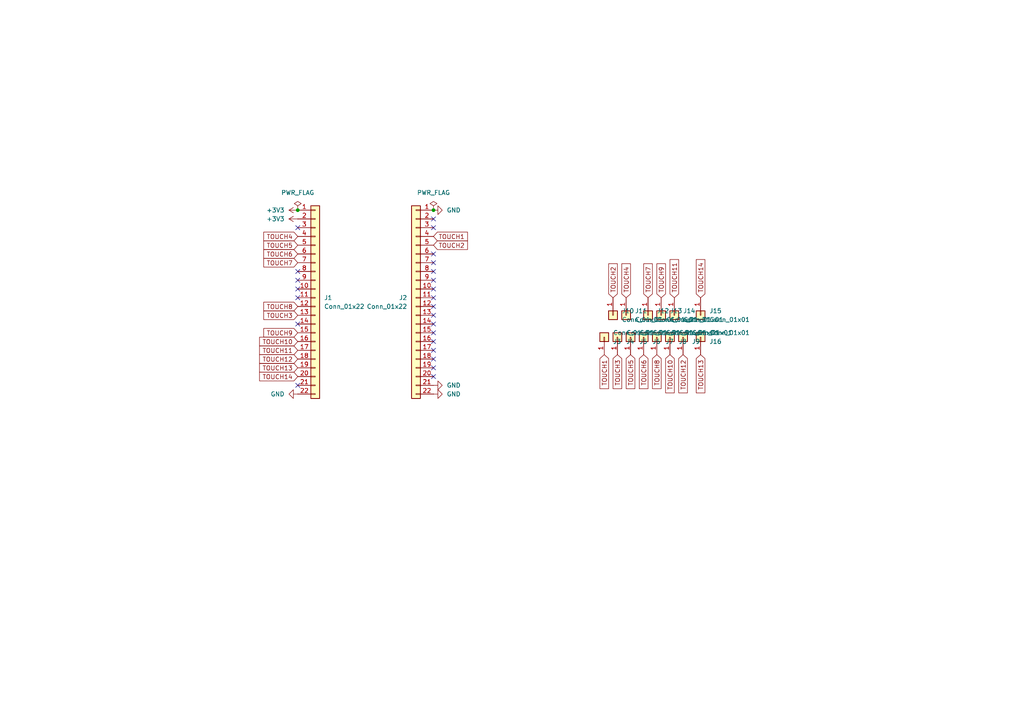
<source format=kicad_sch>
(kicad_sch (version 20231120) (generator "eeschema") (generator_version "8.0")
  (paper "A4")
  (lib_symbols
    (symbol "Connector_Generic:Conn_01x01" (pin_names (offset 1.016) hide)
      (property "Reference" "J" (at 0 2.54 0))
      (property "Value" "Conn_01x01" (at 0 -2.54 0))
      (symbol "Conn_01x01_1_1"
        (rectangle (start -1.27 0.127) (end 0 -0.127) (stroke (width 0.1524)))
        (rectangle (start -1.27 1.27) (end 1.27 -1.27) (stroke (width 0.254)) (fill (type background)))
        (pin passive line (at -5.08 0 0) (length 3.81) (name "Pin_1") (number "1"))
      )
    )
    (symbol "Connector_Generic:Conn_01x22" (pin_names (offset 1.016) hide)
      (property "Reference" "J" (at 0 27.94 0))
      (property "Value" "Conn_01x22" (at 0 -30.48 0))
      (symbol "Conn_01x22_1_1"
        (rectangle (start -1.27 -27.813) (end 0 -28.067) (stroke (width 0.1524)))
        (rectangle (start -1.27 -25.273) (end 0 -25.527) (stroke (width 0.1524)))
        (rectangle (start -1.27 -22.733) (end 0 -22.987) (stroke (width 0.1524)))
        (rectangle (start -1.27 -20.193) (end 0 -20.447) (stroke (width 0.1524)))
        (rectangle (start -1.27 -17.653) (end 0 -17.907) (stroke (width 0.1524)))
        (rectangle (start -1.27 -15.113) (end 0 -15.367) (stroke (width 0.1524)))
        (rectangle (start -1.27 -12.573) (end 0 -12.827) (stroke (width 0.1524)))
        (rectangle (start -1.27 -10.033) (end 0 -10.287) (stroke (width 0.1524)))
        (rectangle (start -1.27 -7.493) (end 0 -7.747) (stroke (width 0.1524)))
        (rectangle (start -1.27 -4.953) (end 0 -5.207) (stroke (width 0.1524)))
        (rectangle (start -1.27 -2.413) (end 0 -2.667) (stroke (width 0.1524)))
        (rectangle (start -1.27 0.127) (end 0 -0.127) (stroke (width 0.1524)))
        (rectangle (start -1.27 2.667) (end 0 2.413) (stroke (width 0.1524)))
        (rectangle (start -1.27 5.207) (end 0 4.953) (stroke (width 0.1524)))
        (rectangle (start -1.27 7.747) (end 0 7.493) (stroke (width 0.1524)))
        (rectangle (start -1.27 10.287) (end 0 10.033) (stroke (width 0.1524)))
        (rectangle (start -1.27 12.827) (end 0 12.573) (stroke (width 0.1524)))
        (rectangle (start -1.27 15.367) (end 0 15.113) (stroke (width 0.1524)))
        (rectangle (start -1.27 17.907) (end 0 17.653) (stroke (width 0.1524)))
        (rectangle (start -1.27 20.447) (end 0 20.193) (stroke (width 0.1524)))
        (rectangle (start -1.27 22.987) (end 0 22.733) (stroke (width 0.1524)))
        (rectangle (start -1.27 25.527) (end 0 25.273) (stroke (width 0.1524)))
        (rectangle (start -1.27 26.67) (end 1.27 -29.21) (stroke (width 0.254)) (fill (type background)))
        (pin passive line (at -5.08 25.4 0) (length 3.81) (name "Pin_1") (number "1"))
        (pin passive line (at -5.08 2.54 0) (length 3.81) (name "Pin_10") (number "10"))
        (pin passive line (at -5.08 0 0) (length 3.81) (name "Pin_11") (number "11"))
        (pin passive line (at -5.08 -2.54 0) (length 3.81) (name "Pin_12") (number "12"))
        (pin passive line (at -5.08 -5.08 0) (length 3.81) (name "Pin_13") (number "13"))
        (pin passive line (at -5.08 -7.62 0) (length 3.81) (name "Pin_14") (number "14"))
        (pin passive line (at -5.08 -10.16 0) (length 3.81) (name "Pin_15") (number "15"))
        (pin passive line (at -5.08 -12.7 0) (length 3.81) (name "Pin_16") (number "16"))
        (pin passive line (at -5.08 -15.24 0) (length 3.81) (name "Pin_17") (number "17"))
        (pin passive line (at -5.08 -17.78 0) (length 3.81) (name "Pin_18") (number "18"))
        (pin passive line (at -5.08 -20.32 0) (length 3.81) (name "Pin_19") (number "19"))
        (pin passive line (at -5.08 22.86 0) (length 3.81) (name "Pin_2") (number "2"))
        (pin passive line (at -5.08 -22.86 0) (length 3.81) (name "Pin_20") (number "20"))
        (pin passive line (at -5.08 -25.4 0) (length 3.81) (name "Pin_21") (number "21"))
        (pin passive line (at -5.08 -27.94 0) (length 3.81) (name "Pin_22") (number "22"))
        (pin passive line (at -5.08 20.32 0) (length 3.81) (name "Pin_3") (number "3"))
        (pin passive line (at -5.08 17.78 0) (length 3.81) (name "Pin_4") (number "4"))
        (pin passive line (at -5.08 15.24 0) (length 3.81) (name "Pin_5") (number "5"))
        (pin passive line (at -5.08 12.7 0) (length 3.81) (name "Pin_6") (number "6"))
        (pin passive line (at -5.08 10.16 0) (length 3.81) (name "Pin_7") (number "7"))
        (pin passive line (at -5.08 7.62 0) (length 3.81) (name "Pin_8") (number "8"))
        (pin passive line (at -5.08 5.08 0) (length 3.81) (name "Pin_9") (number "9"))
      )
    )
    (symbol "power:+3V3" (power) (pin_numbers hide) (pin_names (offset 0) hide)
      (property "Value" "+3V3" (at 0 3.556 0))
      (symbol "+3V3_0_1"
        (polyline (pts (xy -0.762 1.27) (xy 0 2.54)))
        (polyline (pts (xy 0 0) (xy 0 2.54)))
        (polyline (pts (xy 0 2.54) (xy 0.762 1.27)))
      )
      (symbol "+3V3_1_1"
        (pin power_in line (at 0 0 90) (length 0) (name "~") (number "1"))
      )
    )
    (symbol "power:GND" (power) (pin_numbers hide) (pin_names (offset 0) hide)
      (property "Value" "GND" (at 0 -3.81 0))
      (symbol "GND_0_1"
        (polyline (pts (xy 0 0) (xy 0 -1.27) (xy 1.27 -1.27) (xy 0 -2.54) (xy -1.27 -1.27) (xy 0 -1.27)))
      )
      (symbol "GND_1_1"
        (pin power_in line (at 0 0 270) (length 0) (name "~") (number "1"))
      )
    )
    (symbol "power:PWR_FLAG" (power) (pin_numbers hide) (pin_names (offset 0) hide)
      (property "Value" "PWR_FLAG" (at 0 3.81 0))
      (symbol "PWR_FLAG_0_0"
        (pin power_out line (at 0 0 90) (length 0) (name "~") (number "1"))
      )
      (symbol "PWR_FLAG_0_1"
        (polyline (pts (xy 0 0) (xy 0 1.27) (xy -1.016 1.905) (xy 0 2.54) (xy 1.016 1.905) (xy 0 1.27)))
      )
    )
  )
  (junction (at 86.36 60.96))
  (junction (at 125.73 60.96))
  (no_connect (at 86.36 78.74))
  (no_connect (at 125.73 109.22))
  (no_connect (at 86.36 66.04))
  (no_connect (at 86.36 81.28))
  (no_connect (at 125.73 96.52))
  (no_connect (at 125.73 76.2))
  (no_connect (at 125.73 91.44))
  (no_connect (at 125.73 81.28))
  (no_connect (at 125.73 106.68))
  (no_connect (at 125.73 83.82))
  (no_connect (at 125.73 99.06))
  (no_connect (at 86.36 83.82))
  (no_connect (at 125.73 86.36))
  (no_connect (at 125.73 66.04))
  (no_connect (at 125.73 63.5))
  (no_connect (at 125.73 101.6))
  (no_connect (at 125.73 73.66))
  (no_connect (at 125.73 104.14))
  (no_connect (at 125.73 88.9))
  (no_connect (at 125.73 78.74))
  (no_connect (at 86.36 111.76))
  (no_connect (at 86.36 86.36))
  (no_connect (at 125.73 93.98))
  (no_connect (at 86.36 93.98))
  (global_label "TOUCH10" (shape input) (at 194.31 102.87 270) (property "Intersheetrefs" "${INTERSHEET_REFS}" (effects (hide yes))))
  (global_label "TOUCH12" (shape input) (at 198.12 102.87 270) (property "Intersheetrefs" "${INTERSHEET_REFS}" (effects (hide yes))))
  (global_label "TOUCH5" (shape input) (at 86.36 71.12 180) (property "Intersheetrefs" "${INTERSHEET_REFS}" (effects (hide yes))))
  (global_label "TOUCH2" (shape input) (at 125.73 71.12 0) (property "Intersheetrefs" "${INTERSHEET_REFS}" (effects (hide yes))))
  (global_label "TOUCH9" (shape input) (at 86.36 96.52 180) (property "Intersheetrefs" "${INTERSHEET_REFS}" (effects (hide yes))))
  (global_label "TOUCH8" (shape input) (at 86.36 88.9 180) (property "Intersheetrefs" "${INTERSHEET_REFS}" (effects (hide yes))))
  (global_label "TOUCH13" (shape input) (at 203.2 102.87 270) (property "Intersheetrefs" "${INTERSHEET_REFS}" (effects (hide yes))))
  (global_label "TOUCH8" (shape input) (at 190.5 102.87 270) (property "Intersheetrefs" "${INTERSHEET_REFS}" (effects (hide yes))))
  (global_label "TOUCH6" (shape input) (at 186.69 102.87 270) (property "Intersheetrefs" "${INTERSHEET_REFS}" (effects (hide yes))))
  (global_label "TOUCH11" (shape input) (at 195.58 86.36 90) (property "Intersheetrefs" "${INTERSHEET_REFS}" (effects (hide yes))))
  (global_label "TOUCH3" (shape input) (at 179.07 102.87 270) (property "Intersheetrefs" "${INTERSHEET_REFS}" (effects (hide yes))))
  (global_label "TOUCH1" (shape input) (at 175.26 102.87 270) (property "Intersheetrefs" "${INTERSHEET_REFS}" (effects (hide yes))))
  (global_label "TOUCH13" (shape input) (at 86.36 106.68 180) (property "Intersheetrefs" "${INTERSHEET_REFS}" (effects (hide yes))))
  (global_label "TOUCH4" (shape input) (at 181.61 86.36 90) (property "Intersheetrefs" "${INTERSHEET_REFS}" (effects (hide yes))))
  (global_label "TOUCH9" (shape input) (at 191.77 86.36 90) (property "Intersheetrefs" "${INTERSHEET_REFS}" (effects (hide yes))))
  (global_label "TOUCH14" (shape input) (at 203.2 86.36 90) (property "Intersheetrefs" "${INTERSHEET_REFS}" (effects (hide yes))))
  (global_label "TOUCH5" (shape input) (at 182.88 102.87 270) (property "Intersheetrefs" "${INTERSHEET_REFS}" (effects (hide yes))))
  (global_label "TOUCH10" (shape input) (at 86.36 99.06 180) (property "Intersheetrefs" "${INTERSHEET_REFS}" (effects (hide yes))))
  (global_label "TOUCH3" (shape input) (at 86.36 91.44 180) (property "Intersheetrefs" "${INTERSHEET_REFS}" (effects (hide yes))))
  (global_label "TOUCH7" (shape input) (at 86.36 76.2 180) (property "Intersheetrefs" "${INTERSHEET_REFS}" (effects (hide yes))))
  (global_label "TOUCH11" (shape input) (at 86.36 101.6 180) (property "Intersheetrefs" "${INTERSHEET_REFS}" (effects (hide yes))))
  (global_label "TOUCH12" (shape input) (at 86.36 104.14 180) (property "Intersheetrefs" "${INTERSHEET_REFS}" (effects (hide yes))))
  (global_label "TOUCH2" (shape input) (at 177.8 86.36 90) (property "Intersheetrefs" "${INTERSHEET_REFS}" (effects (hide yes))))
  (global_label "TOUCH14" (shape input) (at 86.36 109.22 180) (property "Intersheetrefs" "${INTERSHEET_REFS}" (effects (hide yes))))
  (global_label "TOUCH1" (shape input) (at 125.73 68.58 0) (property "Intersheetrefs" "${INTERSHEET_REFS}" (effects (hide yes))))
  (global_label "TOUCH6" (shape input) (at 86.36 73.66 180) (property "Intersheetrefs" "${INTERSHEET_REFS}" (effects (hide yes))))
  (global_label "TOUCH7" (shape input) (at 187.96 86.36 90) (property "Intersheetrefs" "${INTERSHEET_REFS}" (effects (hide yes))))
  (global_label "TOUCH4" (shape input) (at 86.36 68.58 180) (property "Intersheetrefs" "${INTERSHEET_REFS}" (effects (hide yes))))
  (symbol (lib_id "Connector_Generic:Conn_01x01") (at 187.96 91.44 270) (unit 1)
    (property "Reference" "J12" (at 190.5 90.1699 90) (effects (justify left)))
    (property "Value" "Conn_01x01" (at 190.5 92.7099 90) (effects (justify left)))
    (property "Footprint" "SparkFun-Switch:Pad-CapacitiveTouch" (effects (hide yes)))
    (property "Description" "Generic connector, single row, 01x01, script generated (kicad-library-utils/schlib/autogen/connector/)" (effects (hide yes)))
  )
  (symbol (lib_id "Connector_Generic:Conn_01x01") (at 190.5 97.79 270) (mirror x) (unit 1)
    (property "Reference" "J7" (at 193.04 99.0601 90) (effects (justify left)))
    (property "Value" "Conn_01x01" (at 193.04 96.5201 90) (effects (justify left)))
    (property "Footprint" "SparkFun-Switch:Pad-CapacitiveTouch" (effects (hide yes)))
    (property "Description" "Generic connector, single row, 01x01, script generated (kicad-library-utils/schlib/autogen/connector/)" (effects (hide yes)))
  )
  (symbol (lib_id "power:PWR_FLAG") (at 86.36 60.96 0) (unit 1)
    (property "Reference" "#FLG01" (effects (hide yes)))
    (property "Value" "PWR_FLAG" (at 86.36 55.88 0))
    (property "Description" "Special symbol for telling ERC where power comes from" (effects (hide yes)))
  )
  (symbol (lib_id "power:GND") (at 125.73 60.96 90) (unit 1)
    (property "Reference" "#PWR04" (effects (hide yes)))
    (property "Value" "GND" (at 129.54 60.9599 90) (effects (justify right)))
    (property "Description" "Power symbol creates a global label with name \"GND\" , ground" (effects (hide yes)))
  )
  (symbol (lib_id "Connector_Generic:Conn_01x01") (at 194.31 97.79 270) (mirror x) (unit 1)
    (property "Reference" "J8" (at 196.85 99.0601 90) (effects (justify left)))
    (property "Value" "Conn_01x01" (at 196.85 96.5201 90) (effects (justify left)))
    (property "Footprint" "SparkFun-Switch:Pad-CapacitiveTouch" (effects (hide yes)))
    (property "Description" "Generic connector, single row, 01x01, script generated (kicad-library-utils/schlib/autogen/connector/)" (effects (hide yes)))
  )
  (symbol (lib_id "Connector_Generic:Conn_01x01") (at 181.61 91.44 270) (unit 1)
    (property "Reference" "J11" (at 184.15 90.1699 90) (effects (justify left)))
    (property "Value" "Conn_01x01" (at 184.15 92.7099 90) (effects (justify left)))
    (property "Footprint" "SparkFun-Switch:Pad-CapacitiveTouch" (effects (hide yes)))
    (property "Description" "Generic connector, single row, 01x01, script generated (kicad-library-utils/schlib/autogen/connector/)" (effects (hide yes)))
  )
  (symbol (lib_id "power:+3V3") (at 86.36 63.5 90) (unit 1)
    (property "Reference" "#PWR02" (effects (hide yes)))
    (property "Value" "+3V3" (at 82.55 63.4999 90) (effects (justify left)))
    (property "Description" "Power symbol creates a global label with name \"+3V3\"" (effects (hide yes)))
  )
  (symbol (lib_id "Connector_Generic:Conn_01x01") (at 191.77 91.44 270) (unit 1)
    (property "Reference" "J13" (at 194.31 90.1699 90) (effects (justify left)))
    (property "Value" "Conn_01x01" (at 194.31 92.7099 90) (effects (justify left)))
    (property "Footprint" "SparkFun-Switch:Pad-CapacitiveTouch" (effects (hide yes)))
    (property "Description" "Generic connector, single row, 01x01, script generated (kicad-library-utils/schlib/autogen/connector/)" (effects (hide yes)))
  )
  (symbol (lib_id "Connector_Generic:Conn_01x01") (at 177.8 91.44 270) (unit 1)
    (property "Reference" "J10" (at 180.34 90.1699 90) (effects (justify left)))
    (property "Value" "Conn_01x01" (at 180.34 92.7099 90) (effects (justify left)))
    (property "Footprint" "SparkFun-Switch:Pad-CapacitiveTouch" (effects (hide yes)))
    (property "Description" "Generic connector, single row, 01x01, script generated (kicad-library-utils/schlib/autogen/connector/)" (effects (hide yes)))
  )
  (symbol (lib_id "Connector_Generic:Conn_01x01") (at 203.2 97.79 270) (mirror x) (unit 1)
    (property "Reference" "J16" (at 205.74 99.0601 90) (effects (justify left)))
    (property "Value" "Conn_01x01" (at 205.74 96.5201 90) (effects (justify left)))
    (property "Footprint" "SparkFun-Switch:Pad-CapacitiveTouch" (effects (hide yes)))
    (property "Description" "Generic connector, single row, 01x01, script generated (kicad-library-utils/schlib/autogen/connector/)" (effects (hide yes)))
  )
  (symbol (lib_id "Connector_Generic:Conn_01x01") (at 198.12 97.79 270) (mirror x) (unit 1)
    (property "Reference" "J9" (at 200.66 99.0601 90) (effects (justify left)))
    (property "Value" "Conn_01x01" (at 200.66 96.5201 90) (effects (justify left)))
    (property "Footprint" "SparkFun-Switch:Pad-CapacitiveTouch" (effects (hide yes)))
    (property "Description" "Generic connector, single row, 01x01, script generated (kicad-library-utils/schlib/autogen/connector/)" (effects (hide yes)))
  )
  (symbol (lib_id "power:GND") (at 125.73 114.3 90) (unit 1)
    (property "Reference" "#PWR06" (effects (hide yes)))
    (property "Value" "GND" (at 129.54 114.2999 90) (effects (justify right)))
    (property "Description" "Power symbol creates a global label with name \"GND\" , ground" (effects (hide yes)))
  )
  (symbol (lib_id "Connector_Generic:Conn_01x01") (at 195.58 91.44 270) (unit 1)
    (property "Reference" "J14" (at 198.12 90.1699 90) (effects (justify left)))
    (property "Value" "Conn_01x01" (at 198.12 92.7099 90) (effects (justify left)))
    (property "Footprint" "SparkFun-Switch:Pad-CapacitiveTouch" (effects (hide yes)))
    (property "Description" "Generic connector, single row, 01x01, script generated (kicad-library-utils/schlib/autogen/connector/)" (effects (hide yes)))
  )
  (symbol (lib_id "power:GND") (at 125.73 111.76 90) (unit 1)
    (property "Reference" "#PWR05" (effects (hide yes)))
    (property "Value" "GND" (at 129.54 111.7599 90) (effects (justify right)))
    (property "Description" "Power symbol creates a global label with name \"GND\" , ground" (effects (hide yes)))
  )
  (symbol (lib_id "power:PWR_FLAG") (at 125.73 60.96 0) (unit 1)
    (property "Reference" "#FLG02" (effects (hide yes)))
    (property "Value" "PWR_FLAG" (at 125.73 55.88 0))
    (property "Description" "Special symbol for telling ERC where power comes from" (effects (hide yes)))
  )
  (symbol (lib_id "Connector_Generic:Conn_01x22") (at 120.65 86.36 0) (mirror y) (unit 1)
    (property "Reference" "J2" (at 118.11 86.3599 0) (effects (justify left)))
    (property "Value" "Conn_01x22" (at 118.11 88.8999 0) (effects (justify left)))
    (property "Footprint" "Connector_PinHeader_2.54mm:PinHeader_1x22_P2.54mm_Vertical" (effects (hide yes)))
    (property "Description" "Generic connector, single row, 01x22, script generated (kicad-library-utils/schlib/autogen/connector/)" (effects (hide yes)))
  )
  (symbol (lib_id "Connector_Generic:Conn_01x22") (at 91.44 86.36 0) (unit 1)
    (property "Reference" "J1" (at 93.98 86.3599 0) (effects (justify left)))
    (property "Value" "Conn_01x22" (at 93.98 88.8999 0) (effects (justify left)))
    (property "Footprint" "Connector_PinHeader_2.54mm:PinHeader_1x22_P2.54mm_Vertical" (effects (hide yes)))
    (property "Description" "Generic connector, single row, 01x22, script generated (kicad-library-utils/schlib/autogen/connector/)" (effects (hide yes)))
  )
  (symbol (lib_id "Connector_Generic:Conn_01x01") (at 179.07 97.79 270) (mirror x) (unit 1)
    (property "Reference" "J4" (at 181.61 99.0601 90) (effects (justify left)))
    (property "Value" "Conn_01x01" (at 181.61 96.5201 90) (effects (justify left)))
    (property "Footprint" "SparkFun-Switch:Pad-CapacitiveTouch" (effects (hide yes)))
    (property "Description" "Generic connector, single row, 01x01, script generated (kicad-library-utils/schlib/autogen/connector/)" (effects (hide yes)))
  )
  (symbol (lib_id "Connector_Generic:Conn_01x01") (at 182.88 97.79 270) (mirror x) (unit 1)
    (property "Reference" "J5" (at 185.42 99.0601 90) (effects (justify left)))
    (property "Value" "Conn_01x01" (at 185.42 96.5201 90) (effects (justify left)))
    (property "Footprint" "SparkFun-Switch:Pad-CapacitiveTouch" (effects (hide yes)))
    (property "Description" "Generic connector, single row, 01x01, script generated (kicad-library-utils/schlib/autogen/connector/)" (effects (hide yes)))
  )
  (symbol (lib_id "power:+3V3") (at 86.36 60.96 90) (unit 1)
    (property "Reference" "#PWR01" (effects (hide yes)))
    (property "Value" "+3V3" (at 82.55 60.9599 90) (effects (justify left)))
    (property "Description" "Power symbol creates a global label with name \"+3V3\"" (effects (hide yes)))
  )
  (symbol (lib_id "Connector_Generic:Conn_01x01") (at 186.69 97.79 270) (mirror x) (unit 1)
    (property "Reference" "J6" (at 189.23 99.0601 90) (effects (justify left)))
    (property "Value" "Conn_01x01" (at 189.23 96.5201 90) (effects (justify left)))
    (property "Footprint" "SparkFun-Switch:Pad-CapacitiveTouch" (effects (hide yes)))
    (property "Description" "Generic connector, single row, 01x01, script generated (kicad-library-utils/schlib/autogen/connector/)" (effects (hide yes)))
  )
  (symbol (lib_id "Connector_Generic:Conn_01x01") (at 203.2 91.44 270) (unit 1)
    (property "Reference" "J15" (at 205.74 90.1699 90) (effects (justify left)))
    (property "Value" "Conn_01x01" (at 205.74 92.7099 90) (effects (justify left)))
    (property "Footprint" "SparkFun-Switch:Pad-CapacitiveTouch" (effects (hide yes)))
    (property "Description" "Generic connector, single row, 01x01, script generated (kicad-library-utils/schlib/autogen/connector/)" (effects (hide yes)))
  )
  (symbol (lib_id "power:GND") (at 86.36 114.3 270) (unit 1)
    (property "Reference" "#PWR03" (effects (hide yes)))
    (property "Value" "GND" (at 82.55 114.2999 90) (effects (justify right)))
    (property "Description" "Power symbol creates a global label with name \"GND\" , ground" (effects (hide yes)))
  )
  (symbol (lib_id "Connector_Generic:Conn_01x01") (at 175.26 97.79 270) (mirror x) (unit 1)
    (property "Reference" "J3" (at 177.8 99.0601 90) (effects (justify left)))
    (property "Value" "Conn_01x01" (at 177.8 96.5201 90) (effects (justify left)))
    (property "Footprint" "SparkFun-Switch:Pad-CapacitiveTouch" (effects (hide yes)))
    (property "Description" "Generic connector, single row, 01x01, script generated (kicad-library-utils/schlib/autogen/connector/)" (effects (hide yes)))
  )
)
</source>
